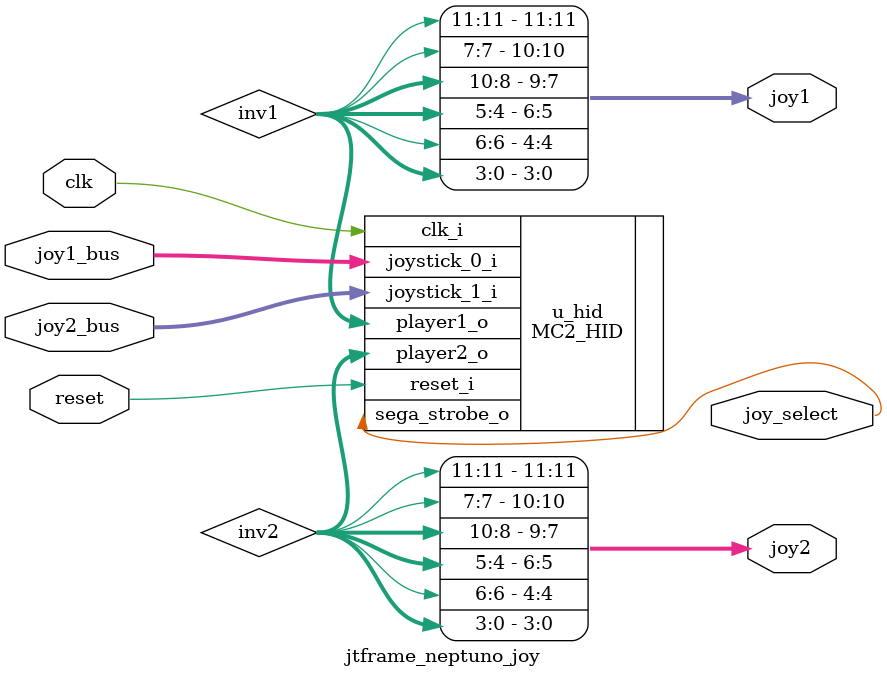
<source format=v>
/*  This file is part of JTFRAME.
    JTFRAME program is free software: you can redistribute it and/or modify
    it under the terms of the GNU General Public License as published by
    the Free Software Foundation, either version 3 of the License, or
    (at your option) any later version.

    JTFRAME program is distributed in the hope that it will be useful,
    but WITHOUT ANY WARRANTY; without even the implied warranty of
    MERCHANTABILITY or FITNESS FOR A PARTICULAR PURPOSE.  See the
    GNU General Public License for more details.

    You should have received a copy of the GNU General Public License
    along with JTFRAME.  If not, see <http://www.gnu.org/licenses/>.

    Author: Jose Tejada Gomez. Twitter: @topapate
    Version: 1.0
    Date: 12-6-2021 */



module jtframe_neptuno_joy(
  
    input         clk,
    input         reset,

    input  [5:0]  joy1_bus,
    input  [5:0]  joy2_bus,
    output        joy_select,
    
    // input         ps2_kbd_clk,
    // input         ps2_kbd_data,
    // input  [3:0]  BUTTON_n,

    output [11:0] joy1,
    output [11:0] joy2
    // output [8:0]  controls,
    
    // output [7:0]  osd,
    // output        mc_reset,
    // output        toggle_scandb

);

wire [11:0] inv1, inv2;
// wire [ 7:0] osd_s;
// wire [ 8:0] controls_s;
// wire [ 3:0] btn_n_s;

/*
wire P1coin_s, P2coin_s, P1start_s, P2start_s;

assign P1coin_s  = ~btn_n_s[2] | controls_s[4];
assign P2coin_s  = ~btn_n_s[2] | controls_s[5];
assign P1start_s = ~btn_n_s[0] | controls_s[0];
assign P2start_s = ~btn_n_s[1] | controls_s[1];

//assign joy1 = { inv1[11], inv1[7], inv1[10], inv1[9], inv1[8] | P1coin_s, inv1[5] | P1start_s, inv1[4], inv1[6], inv1[3:0] };
//assign joy2 = { inv2[11], inv2[7], inv2[10], inv2[9], inv2[8] | P2coin_s, inv2[5] | P2start_s, inv2[4], inv2[6], inv2[3:0] };
*/

// MX YZS ACB UDLR // hid module joystick bus output
// MS XYZ ABC UDLR // default button positions for jtframe
// BA 987 654 3210
assign joy1 = { inv1[11], inv1[7], inv1[10], inv1[9], inv1[8], inv1[5], inv1[4], inv1[6], inv1[3:0] };
assign joy2 = { inv2[11], inv2[7], inv2[10], inv2[9], inv2[8], inv2[5], inv2[4], inv2[6], inv2[3:0] };
// assign controls = { controls_s[8:5], ~btn_n_s[2] | controls_s[4], controls_s[3:2], ~btn_n_s[1] | controls_s[1], ~btn_n_s[0] | controls_s[0] };

// assign osd = osd_s;
// assign mc_reset = ~btn_n_s[3];

`ifdef JTFRAME_CLK96 
    `define CLK_SPEED 96000
`else
    `define CLK_SPEED 48000
`endif

MC2_HID #( .CLK_SPEED( `CLK_SPEED ) ) u_hid
(
    .clk_i          ( clk          ),
    .reset_i        ( reset        ),
    // .kbd_clk_i      ( ps2_kbd_clk  ),
    // .kbd_dat_i      ( ps2_kbd_data ),
    
    .joystick_0_i   ( joy1_bus     ),
    .joystick_1_i   ( joy2_bus     ),
      
    //-- tilt, coin4-1, start4-1
    // .controls_o     ( controls_s   ),

    //-- fire12-1, up, down, left, right

    .player1_o      ( inv1         ),
    .player2_o      ( inv2         ),

    //-- keys to the OSD
    // .osd_o          ( osd_s        ),
    // .osd_enable_i   ( 1'b1         ), //osd_enable ), //ideally we need to know when the OSD is open
    
    // .toggle_scandb_o(toggle_scandb ),
    
    //-- sega joystick strobe pin
    .sega_strobe_o  ( joy_select  ),

    // //-- Front buttons
    // .front_buttons_i( BUTTON_n    ),
    // .front_buttons_o( btn_n_s     )
);

endmodule

</source>
